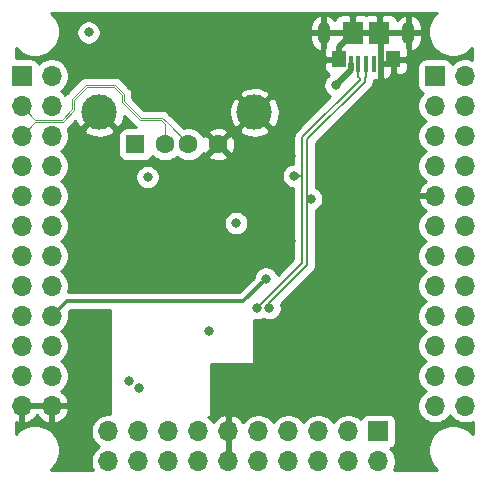
<source format=gbr>
G04 #@! TF.GenerationSoftware,KiCad,Pcbnew,5.1.5*
G04 #@! TF.CreationDate,2020-04-26T21:12:42+03:00*
G04 #@! TF.ProjectId,nanopicore_debug,6e616e6f-7069-4636-9f72-655f64656275,rev?*
G04 #@! TF.SameCoordinates,Original*
G04 #@! TF.FileFunction,Copper,L4,Bot*
G04 #@! TF.FilePolarity,Positive*
%FSLAX46Y46*%
G04 Gerber Fmt 4.6, Leading zero omitted, Abs format (unit mm)*
G04 Created by KiCad (PCBNEW 5.1.5) date 2020-04-26 21:12:42*
%MOMM*%
%LPD*%
G04 APERTURE LIST*
%ADD10C,1.600000*%
%ADD11R,1.600000X1.600000*%
%ADD12C,3.000000*%
%ADD13O,1.700000X1.700000*%
%ADD14R,1.700000X1.700000*%
%ADD15R,1.150000X1.450000*%
%ADD16O,1.050000X1.900000*%
%ADD17R,1.750000X1.900000*%
%ADD18R,0.400000X1.400000*%
%ADD19C,0.800000*%
%ADD20C,0.500000*%
%ADD21C,0.300000*%
%ADD22C,0.100000*%
%ADD23C,0.200000*%
%ADD24C,0.254000*%
G04 APERTURE END LIST*
D10*
X86756000Y-54432200D03*
X84256000Y-54432200D03*
X82256000Y-54432200D03*
D11*
X79756000Y-54432200D03*
D12*
X76686000Y-51722200D03*
X89826000Y-51722200D03*
D13*
X72669400Y-76581000D03*
X70129400Y-76581000D03*
X72669400Y-74041000D03*
X70129400Y-74041000D03*
X72669400Y-71501000D03*
X70129400Y-71501000D03*
X72669400Y-68961000D03*
X70129400Y-68961000D03*
X72669400Y-66421000D03*
X70129400Y-66421000D03*
X72669400Y-63881000D03*
X70129400Y-63881000D03*
X72669400Y-61341000D03*
X70129400Y-61341000D03*
X72669400Y-58801000D03*
X70129400Y-58801000D03*
X72669400Y-56261000D03*
X70129400Y-56261000D03*
X72669400Y-53721000D03*
X70129400Y-53721000D03*
X72669400Y-51181000D03*
X70129400Y-51181000D03*
X72669400Y-48641000D03*
D14*
X70129400Y-48641000D03*
D13*
X77470000Y-81280000D03*
X77470000Y-78740000D03*
X80010000Y-81280000D03*
X80010000Y-78740000D03*
X82550000Y-81280000D03*
X82550000Y-78740000D03*
X85090000Y-81280000D03*
X85090000Y-78740000D03*
X87630000Y-81280000D03*
X87630000Y-78740000D03*
X90170000Y-81280000D03*
X90170000Y-78740000D03*
X92710000Y-81280000D03*
X92710000Y-78740000D03*
X95250000Y-81280000D03*
X95250000Y-78740000D03*
X97790000Y-81280000D03*
X97790000Y-78740000D03*
X100330000Y-81280000D03*
D14*
X100330000Y-78740000D03*
D13*
X107670600Y-76581000D03*
X105130600Y-76581000D03*
X107670600Y-74041000D03*
X105130600Y-74041000D03*
X107670600Y-71501000D03*
X105130600Y-71501000D03*
X107670600Y-68961000D03*
X105130600Y-68961000D03*
X107670600Y-66421000D03*
X105130600Y-66421000D03*
X107670600Y-63881000D03*
X105130600Y-63881000D03*
X107670600Y-61341000D03*
X105130600Y-61341000D03*
X107670600Y-58801000D03*
X105130600Y-58801000D03*
X107670600Y-56261000D03*
X105130600Y-56261000D03*
X107670600Y-53721000D03*
X105130600Y-53721000D03*
X107670600Y-51181000D03*
X105130600Y-51181000D03*
X107670600Y-48641000D03*
D14*
X105130600Y-48641000D03*
D15*
X96968600Y-47230400D03*
X101608600Y-47230400D03*
D16*
X102863600Y-45000400D03*
X95713600Y-45000400D03*
D17*
X98163600Y-45000400D03*
D18*
X99288600Y-47650400D03*
X99938600Y-47650400D03*
X100588600Y-47650400D03*
X97988600Y-47650400D03*
X98638600Y-47650400D03*
D17*
X100413600Y-45000400D03*
D19*
X100965000Y-49530000D03*
X93980000Y-44577000D03*
X99950000Y-74850000D03*
X96300000Y-68500000D03*
X86700000Y-77100000D03*
X79200000Y-74500000D03*
X76900000Y-74500000D03*
X86000000Y-70200000D03*
X80100000Y-75100000D03*
X80200000Y-50000000D03*
X86550000Y-50000000D03*
X98200000Y-76200000D03*
X99600000Y-76050000D03*
X88900000Y-77100000D03*
X91400000Y-77150000D03*
X100965000Y-56540400D03*
X102819200Y-54737000D03*
X101015800Y-57912000D03*
X102590600Y-52044600D03*
X94716600Y-65709800D03*
X92964000Y-62636400D03*
X92913200Y-55422800D03*
X96723200Y-58191400D03*
X86360000Y-60045600D03*
X85013800Y-58801000D03*
X99822000Y-64262000D03*
X99822000Y-66548000D03*
X75438000Y-65024000D03*
X77216000Y-65024000D03*
X76962000Y-69342000D03*
X75438000Y-70866000D03*
X82804000Y-46736000D03*
X83820000Y-46736000D03*
X95758000Y-67564000D03*
X96520000Y-66802000D03*
X80800000Y-57200000D03*
X88300000Y-61100000D03*
X75800000Y-44950000D03*
X90800000Y-65800000D03*
X96710600Y-49428400D03*
X91101400Y-68300000D03*
X94625000Y-59050000D03*
X90051400Y-68300000D03*
X93200000Y-57100000D03*
D20*
X98163600Y-45000400D02*
X100413600Y-45000400D01*
X100588600Y-45175400D02*
X100588600Y-47650400D01*
X100413600Y-45000400D02*
X100588600Y-45175400D01*
X101188600Y-47650400D02*
X101608600Y-47230400D01*
X100588600Y-47650400D02*
X101188600Y-47650400D01*
X100588600Y-47650400D02*
X100588600Y-49153600D01*
X100588600Y-49153600D02*
X100965000Y-49530000D01*
X96968600Y-46195400D02*
X96968600Y-47230400D01*
X98163600Y-45000400D02*
X96968600Y-46195400D01*
X98163600Y-45000400D02*
X95713600Y-45000400D01*
X100413600Y-45000400D02*
X102863600Y-45000400D01*
X95713600Y-45000400D02*
X94403400Y-45000400D01*
X94403400Y-45000400D02*
X93980000Y-44577000D01*
D21*
X73930400Y-67700000D02*
X72669400Y-68961000D01*
X90800000Y-65800000D02*
X88900000Y-67700000D01*
X88900000Y-67700000D02*
X73930400Y-67700000D01*
D20*
X97988600Y-48150400D02*
X96710600Y-49428400D01*
X97988600Y-47650400D02*
X97988600Y-48150400D01*
D22*
X71299400Y-52551000D02*
X73590422Y-52551000D01*
X70129400Y-53721000D02*
X71299400Y-52551000D01*
X73590422Y-52551000D02*
X74600000Y-51541422D01*
X74600000Y-51541422D02*
X74600000Y-50641422D01*
X74600000Y-50641422D02*
X75641422Y-49600000D01*
X75641422Y-49600000D02*
X77958578Y-49600000D01*
X77958578Y-49600000D02*
X78600000Y-50241422D01*
X78600000Y-50241422D02*
X78600000Y-50841422D01*
X78600000Y-50841422D02*
X80158578Y-52400000D01*
X82256000Y-52715043D02*
X82256000Y-54432200D01*
X80158578Y-52400000D02*
X81940957Y-52400000D01*
X81940957Y-52400000D02*
X82256000Y-52715043D01*
X70129400Y-51181000D02*
X71299400Y-52351000D01*
X71299400Y-52351000D02*
X73507578Y-52351000D01*
X73507578Y-52351000D02*
X74400000Y-51458578D01*
X74400000Y-51458578D02*
X74400000Y-50558578D01*
X74400000Y-50558578D02*
X75558578Y-49400000D01*
X75558578Y-49400000D02*
X78041422Y-49400000D01*
X78041422Y-49400000D02*
X78800000Y-50158578D01*
X78800000Y-50158578D02*
X78800000Y-50758578D01*
X78800000Y-50758578D02*
X80241422Y-52200000D01*
X82023800Y-52200000D02*
X82397421Y-52573621D01*
X80241422Y-52200000D02*
X82023800Y-52200000D01*
X82397421Y-52573621D02*
X84256000Y-54432200D01*
D23*
X99288600Y-48700401D02*
X99288600Y-47650400D01*
X94325000Y-53993200D02*
X99188600Y-49129600D01*
X91101400Y-67886397D02*
X94325000Y-64662797D01*
X99188600Y-48800401D02*
X99288600Y-48700401D01*
X91101400Y-68300000D02*
X91101400Y-67886397D01*
X99188600Y-49129600D02*
X99188600Y-48800401D01*
X94450000Y-59025000D02*
X94325000Y-58900000D01*
X94325000Y-58900000D02*
X94325000Y-53993200D01*
X94450000Y-59050000D02*
X94325000Y-59175000D01*
X94325000Y-64662797D02*
X94325000Y-59175000D01*
X94450000Y-59025000D02*
X94450000Y-59050000D01*
X94325000Y-59175000D02*
X94325000Y-58900000D01*
X98638600Y-48700401D02*
X98638600Y-47650400D01*
X98738600Y-48800401D02*
X98638600Y-48700401D01*
X93875000Y-53806800D02*
X98738600Y-48943200D01*
X98738600Y-48943200D02*
X98738600Y-48800401D01*
X90051400Y-68300000D02*
X93875000Y-64476400D01*
D21*
X93200000Y-57100000D02*
X93500000Y-57100000D01*
D23*
X93865685Y-57000000D02*
X93875000Y-57000000D01*
X93765685Y-57100000D02*
X93865685Y-57000000D01*
X93200000Y-57100000D02*
X93765685Y-57100000D01*
X93875000Y-57000000D02*
X93875000Y-53806800D01*
X93765685Y-57100000D02*
X93775000Y-57100000D01*
X93875000Y-64476400D02*
X93875000Y-57200000D01*
X93775000Y-57100000D02*
X93875000Y-57200000D01*
X93875000Y-57200000D02*
X93875000Y-57000000D01*
D24*
G36*
X77597000Y-77255000D02*
G01*
X77323740Y-77255000D01*
X77036842Y-77312068D01*
X76766589Y-77424010D01*
X76523368Y-77586525D01*
X76316525Y-77793368D01*
X76154010Y-78036589D01*
X76042068Y-78306842D01*
X75985000Y-78593740D01*
X75985000Y-78886260D01*
X76042068Y-79173158D01*
X76154010Y-79443411D01*
X76316525Y-79686632D01*
X76523368Y-79893475D01*
X76697760Y-80010000D01*
X76523368Y-80126525D01*
X76316525Y-80333368D01*
X76154010Y-80576589D01*
X76042068Y-80846842D01*
X75985000Y-81133740D01*
X75985000Y-81426260D01*
X76042068Y-81713158D01*
X76146881Y-81966200D01*
X72614946Y-81966200D01*
X72905363Y-81675783D01*
X73139012Y-81326102D01*
X73299953Y-80937556D01*
X73382000Y-80525079D01*
X73382000Y-80104521D01*
X73299953Y-79692044D01*
X73139012Y-79303498D01*
X72905363Y-78953817D01*
X72607983Y-78656437D01*
X72258302Y-78422788D01*
X71869756Y-78261847D01*
X71457279Y-78179800D01*
X71036721Y-78179800D01*
X70624244Y-78261847D01*
X70235698Y-78422788D01*
X69886017Y-78656437D01*
X69621000Y-78921454D01*
X69621000Y-77968736D01*
X69772509Y-78022481D01*
X70002400Y-77901814D01*
X70002400Y-76708000D01*
X70256400Y-76708000D01*
X70256400Y-77901814D01*
X70486291Y-78022481D01*
X70760652Y-77925157D01*
X71010755Y-77776178D01*
X71226988Y-77581269D01*
X71399400Y-77350120D01*
X71571812Y-77581269D01*
X71788045Y-77776178D01*
X72038148Y-77925157D01*
X72312509Y-78022481D01*
X72542400Y-77901814D01*
X72542400Y-76708000D01*
X72796400Y-76708000D01*
X72796400Y-77901814D01*
X73026291Y-78022481D01*
X73300652Y-77925157D01*
X73550755Y-77776178D01*
X73766988Y-77581269D01*
X73941041Y-77347920D01*
X74066225Y-77085099D01*
X74110876Y-76937890D01*
X73989555Y-76708000D01*
X72796400Y-76708000D01*
X72542400Y-76708000D01*
X70256400Y-76708000D01*
X70002400Y-76708000D01*
X69982400Y-76708000D01*
X69982400Y-76454000D01*
X70002400Y-76454000D01*
X70002400Y-76434000D01*
X70256400Y-76434000D01*
X70256400Y-76454000D01*
X72542400Y-76454000D01*
X72542400Y-76434000D01*
X72796400Y-76434000D01*
X72796400Y-76454000D01*
X73989555Y-76454000D01*
X74110876Y-76224110D01*
X74066225Y-76076901D01*
X73941041Y-75814080D01*
X73766988Y-75580731D01*
X73550755Y-75385822D01*
X73433866Y-75316195D01*
X73616032Y-75194475D01*
X73822875Y-74987632D01*
X73985390Y-74744411D01*
X74097332Y-74474158D01*
X74154400Y-74187260D01*
X74154400Y-73894740D01*
X74097332Y-73607842D01*
X73985390Y-73337589D01*
X73822875Y-73094368D01*
X73616032Y-72887525D01*
X73441640Y-72771000D01*
X73616032Y-72654475D01*
X73822875Y-72447632D01*
X73985390Y-72204411D01*
X74097332Y-71934158D01*
X74154400Y-71647260D01*
X74154400Y-71354740D01*
X74097332Y-71067842D01*
X73985390Y-70797589D01*
X73822875Y-70554368D01*
X73616032Y-70347525D01*
X73441640Y-70231000D01*
X73616032Y-70114475D01*
X73822875Y-69907632D01*
X73985390Y-69664411D01*
X74097332Y-69394158D01*
X74154400Y-69107260D01*
X74154400Y-68814740D01*
X74116476Y-68624082D01*
X74255558Y-68485000D01*
X77597000Y-68485000D01*
X77597000Y-77255000D01*
G37*
X77597000Y-77255000D02*
X77323740Y-77255000D01*
X77036842Y-77312068D01*
X76766589Y-77424010D01*
X76523368Y-77586525D01*
X76316525Y-77793368D01*
X76154010Y-78036589D01*
X76042068Y-78306842D01*
X75985000Y-78593740D01*
X75985000Y-78886260D01*
X76042068Y-79173158D01*
X76154010Y-79443411D01*
X76316525Y-79686632D01*
X76523368Y-79893475D01*
X76697760Y-80010000D01*
X76523368Y-80126525D01*
X76316525Y-80333368D01*
X76154010Y-80576589D01*
X76042068Y-80846842D01*
X75985000Y-81133740D01*
X75985000Y-81426260D01*
X76042068Y-81713158D01*
X76146881Y-81966200D01*
X72614946Y-81966200D01*
X72905363Y-81675783D01*
X73139012Y-81326102D01*
X73299953Y-80937556D01*
X73382000Y-80525079D01*
X73382000Y-80104521D01*
X73299953Y-79692044D01*
X73139012Y-79303498D01*
X72905363Y-78953817D01*
X72607983Y-78656437D01*
X72258302Y-78422788D01*
X71869756Y-78261847D01*
X71457279Y-78179800D01*
X71036721Y-78179800D01*
X70624244Y-78261847D01*
X70235698Y-78422788D01*
X69886017Y-78656437D01*
X69621000Y-78921454D01*
X69621000Y-77968736D01*
X69772509Y-78022481D01*
X70002400Y-77901814D01*
X70002400Y-76708000D01*
X70256400Y-76708000D01*
X70256400Y-77901814D01*
X70486291Y-78022481D01*
X70760652Y-77925157D01*
X71010755Y-77776178D01*
X71226988Y-77581269D01*
X71399400Y-77350120D01*
X71571812Y-77581269D01*
X71788045Y-77776178D01*
X72038148Y-77925157D01*
X72312509Y-78022481D01*
X72542400Y-77901814D01*
X72542400Y-76708000D01*
X72796400Y-76708000D01*
X72796400Y-77901814D01*
X73026291Y-78022481D01*
X73300652Y-77925157D01*
X73550755Y-77776178D01*
X73766988Y-77581269D01*
X73941041Y-77347920D01*
X74066225Y-77085099D01*
X74110876Y-76937890D01*
X73989555Y-76708000D01*
X72796400Y-76708000D01*
X72542400Y-76708000D01*
X70256400Y-76708000D01*
X70002400Y-76708000D01*
X69982400Y-76708000D01*
X69982400Y-76454000D01*
X70002400Y-76454000D01*
X70002400Y-76434000D01*
X70256400Y-76434000D01*
X70256400Y-76454000D01*
X72542400Y-76454000D01*
X72542400Y-76434000D01*
X72796400Y-76434000D01*
X72796400Y-76454000D01*
X73989555Y-76454000D01*
X74110876Y-76224110D01*
X74066225Y-76076901D01*
X73941041Y-75814080D01*
X73766988Y-75580731D01*
X73550755Y-75385822D01*
X73433866Y-75316195D01*
X73616032Y-75194475D01*
X73822875Y-74987632D01*
X73985390Y-74744411D01*
X74097332Y-74474158D01*
X74154400Y-74187260D01*
X74154400Y-73894740D01*
X74097332Y-73607842D01*
X73985390Y-73337589D01*
X73822875Y-73094368D01*
X73616032Y-72887525D01*
X73441640Y-72771000D01*
X73616032Y-72654475D01*
X73822875Y-72447632D01*
X73985390Y-72204411D01*
X74097332Y-71934158D01*
X74154400Y-71647260D01*
X74154400Y-71354740D01*
X74097332Y-71067842D01*
X73985390Y-70797589D01*
X73822875Y-70554368D01*
X73616032Y-70347525D01*
X73441640Y-70231000D01*
X73616032Y-70114475D01*
X73822875Y-69907632D01*
X73985390Y-69664411D01*
X74097332Y-69394158D01*
X74154400Y-69107260D01*
X74154400Y-68814740D01*
X74116476Y-68624082D01*
X74255558Y-68485000D01*
X77597000Y-68485000D01*
X77597000Y-77255000D01*
G36*
X105260666Y-43281788D02*
G01*
X104996237Y-43546217D01*
X104762588Y-43895898D01*
X104601647Y-44284444D01*
X104519600Y-44696921D01*
X104519600Y-45117479D01*
X104601647Y-45529956D01*
X104762588Y-45918502D01*
X104996237Y-46268183D01*
X105293617Y-46565563D01*
X105643298Y-46799212D01*
X106031844Y-46960153D01*
X106444321Y-47042200D01*
X106864879Y-47042200D01*
X107277356Y-46960153D01*
X107665902Y-46799212D01*
X108015583Y-46565563D01*
X108281582Y-46299564D01*
X108282291Y-47287019D01*
X108103758Y-47213068D01*
X107816860Y-47156000D01*
X107524340Y-47156000D01*
X107237442Y-47213068D01*
X106967189Y-47325010D01*
X106723968Y-47487525D01*
X106592113Y-47619380D01*
X106570102Y-47546820D01*
X106511137Y-47436506D01*
X106431785Y-47339815D01*
X106335094Y-47260463D01*
X106224780Y-47201498D01*
X106105082Y-47165188D01*
X105980600Y-47152928D01*
X104280600Y-47152928D01*
X104156118Y-47165188D01*
X104036420Y-47201498D01*
X103926106Y-47260463D01*
X103829415Y-47339815D01*
X103750063Y-47436506D01*
X103691098Y-47546820D01*
X103654788Y-47666518D01*
X103642528Y-47791000D01*
X103642528Y-49491000D01*
X103654788Y-49615482D01*
X103691098Y-49735180D01*
X103750063Y-49845494D01*
X103829415Y-49942185D01*
X103926106Y-50021537D01*
X104036420Y-50080502D01*
X104108980Y-50102513D01*
X103977125Y-50234368D01*
X103814610Y-50477589D01*
X103702668Y-50747842D01*
X103645600Y-51034740D01*
X103645600Y-51327260D01*
X103702668Y-51614158D01*
X103814610Y-51884411D01*
X103977125Y-52127632D01*
X104183968Y-52334475D01*
X104358360Y-52451000D01*
X104183968Y-52567525D01*
X103977125Y-52774368D01*
X103814610Y-53017589D01*
X103702668Y-53287842D01*
X103645600Y-53574740D01*
X103645600Y-53867260D01*
X103702668Y-54154158D01*
X103814610Y-54424411D01*
X103977125Y-54667632D01*
X104183968Y-54874475D01*
X104358360Y-54991000D01*
X104183968Y-55107525D01*
X103977125Y-55314368D01*
X103814610Y-55557589D01*
X103702668Y-55827842D01*
X103645600Y-56114740D01*
X103645600Y-56407260D01*
X103702668Y-56694158D01*
X103814610Y-56964411D01*
X103977125Y-57207632D01*
X104183968Y-57414475D01*
X104366134Y-57536195D01*
X104249245Y-57605822D01*
X104033012Y-57800731D01*
X103858959Y-58034080D01*
X103733775Y-58296901D01*
X103689124Y-58444110D01*
X103810445Y-58674000D01*
X105003600Y-58674000D01*
X105003600Y-58654000D01*
X105257600Y-58654000D01*
X105257600Y-58674000D01*
X105277600Y-58674000D01*
X105277600Y-58928000D01*
X105257600Y-58928000D01*
X105257600Y-58948000D01*
X105003600Y-58948000D01*
X105003600Y-58928000D01*
X103810445Y-58928000D01*
X103689124Y-59157890D01*
X103733775Y-59305099D01*
X103858959Y-59567920D01*
X104033012Y-59801269D01*
X104249245Y-59996178D01*
X104366134Y-60065805D01*
X104183968Y-60187525D01*
X103977125Y-60394368D01*
X103814610Y-60637589D01*
X103702668Y-60907842D01*
X103645600Y-61194740D01*
X103645600Y-61487260D01*
X103702668Y-61774158D01*
X103814610Y-62044411D01*
X103977125Y-62287632D01*
X104183968Y-62494475D01*
X104358360Y-62611000D01*
X104183968Y-62727525D01*
X103977125Y-62934368D01*
X103814610Y-63177589D01*
X103702668Y-63447842D01*
X103645600Y-63734740D01*
X103645600Y-64027260D01*
X103702668Y-64314158D01*
X103814610Y-64584411D01*
X103977125Y-64827632D01*
X104183968Y-65034475D01*
X104358360Y-65151000D01*
X104183968Y-65267525D01*
X103977125Y-65474368D01*
X103814610Y-65717589D01*
X103702668Y-65987842D01*
X103645600Y-66274740D01*
X103645600Y-66567260D01*
X103702668Y-66854158D01*
X103814610Y-67124411D01*
X103977125Y-67367632D01*
X104183968Y-67574475D01*
X104358360Y-67691000D01*
X104183968Y-67807525D01*
X103977125Y-68014368D01*
X103814610Y-68257589D01*
X103702668Y-68527842D01*
X103645600Y-68814740D01*
X103645600Y-69107260D01*
X103702668Y-69394158D01*
X103814610Y-69664411D01*
X103977125Y-69907632D01*
X104183968Y-70114475D01*
X104358360Y-70231000D01*
X104183968Y-70347525D01*
X103977125Y-70554368D01*
X103814610Y-70797589D01*
X103702668Y-71067842D01*
X103645600Y-71354740D01*
X103645600Y-71647260D01*
X103702668Y-71934158D01*
X103814610Y-72204411D01*
X103977125Y-72447632D01*
X104183968Y-72654475D01*
X104358360Y-72771000D01*
X104183968Y-72887525D01*
X103977125Y-73094368D01*
X103814610Y-73337589D01*
X103702668Y-73607842D01*
X103645600Y-73894740D01*
X103645600Y-74187260D01*
X103702668Y-74474158D01*
X103814610Y-74744411D01*
X103977125Y-74987632D01*
X104183968Y-75194475D01*
X104358360Y-75311000D01*
X104183968Y-75427525D01*
X103977125Y-75634368D01*
X103814610Y-75877589D01*
X103702668Y-76147842D01*
X103645600Y-76434740D01*
X103645600Y-76727260D01*
X103702668Y-77014158D01*
X103814610Y-77284411D01*
X103977125Y-77527632D01*
X104183968Y-77734475D01*
X104427189Y-77896990D01*
X104697442Y-78008932D01*
X104984340Y-78066000D01*
X105276860Y-78066000D01*
X105563758Y-78008932D01*
X105834011Y-77896990D01*
X106077232Y-77734475D01*
X106284075Y-77527632D01*
X106400600Y-77353240D01*
X106517125Y-77527632D01*
X106723968Y-77734475D01*
X106967189Y-77896990D01*
X107237442Y-78008932D01*
X107524340Y-78066000D01*
X107816860Y-78066000D01*
X108103758Y-78008932D01*
X108304302Y-77925864D01*
X108305035Y-78945889D01*
X108015583Y-78656437D01*
X107665902Y-78422788D01*
X107277356Y-78261847D01*
X106864879Y-78179800D01*
X106444321Y-78179800D01*
X106031844Y-78261847D01*
X105643298Y-78422788D01*
X105293617Y-78656437D01*
X104996237Y-78953817D01*
X104762588Y-79303498D01*
X104601647Y-79692044D01*
X104519600Y-80104521D01*
X104519600Y-80525079D01*
X104601647Y-80937556D01*
X104762588Y-81326102D01*
X104996237Y-81675783D01*
X105286654Y-81966200D01*
X101653119Y-81966200D01*
X101757932Y-81713158D01*
X101815000Y-81426260D01*
X101815000Y-81133740D01*
X101757932Y-80846842D01*
X101645990Y-80576589D01*
X101483475Y-80333368D01*
X101351620Y-80201513D01*
X101424180Y-80179502D01*
X101534494Y-80120537D01*
X101631185Y-80041185D01*
X101710537Y-79944494D01*
X101769502Y-79834180D01*
X101805812Y-79714482D01*
X101818072Y-79590000D01*
X101818072Y-77890000D01*
X101805812Y-77765518D01*
X101769502Y-77645820D01*
X101710537Y-77535506D01*
X101631185Y-77438815D01*
X101534494Y-77359463D01*
X101424180Y-77300498D01*
X101304482Y-77264188D01*
X101180000Y-77251928D01*
X99480000Y-77251928D01*
X99355518Y-77264188D01*
X99235820Y-77300498D01*
X99125506Y-77359463D01*
X99028815Y-77438815D01*
X98949463Y-77535506D01*
X98890498Y-77645820D01*
X98868487Y-77718380D01*
X98736632Y-77586525D01*
X98493411Y-77424010D01*
X98223158Y-77312068D01*
X97936260Y-77255000D01*
X97643740Y-77255000D01*
X97356842Y-77312068D01*
X97086589Y-77424010D01*
X96843368Y-77586525D01*
X96636525Y-77793368D01*
X96520000Y-77967760D01*
X96403475Y-77793368D01*
X96196632Y-77586525D01*
X95953411Y-77424010D01*
X95683158Y-77312068D01*
X95396260Y-77255000D01*
X95103740Y-77255000D01*
X94816842Y-77312068D01*
X94546589Y-77424010D01*
X94303368Y-77586525D01*
X94096525Y-77793368D01*
X93980000Y-77967760D01*
X93863475Y-77793368D01*
X93656632Y-77586525D01*
X93413411Y-77424010D01*
X93143158Y-77312068D01*
X92856260Y-77255000D01*
X92563740Y-77255000D01*
X92276842Y-77312068D01*
X92006589Y-77424010D01*
X91763368Y-77586525D01*
X91556525Y-77793368D01*
X91440000Y-77967760D01*
X91323475Y-77793368D01*
X91116632Y-77586525D01*
X90873411Y-77424010D01*
X90603158Y-77312068D01*
X90316260Y-77255000D01*
X90023740Y-77255000D01*
X89736842Y-77312068D01*
X89466589Y-77424010D01*
X89223368Y-77586525D01*
X89016525Y-77793368D01*
X88894805Y-77975534D01*
X88825178Y-77858645D01*
X88630269Y-77642412D01*
X88396920Y-77468359D01*
X88134099Y-77343175D01*
X87986890Y-77298524D01*
X87757000Y-77419845D01*
X87757000Y-78613000D01*
X87777000Y-78613000D01*
X87777000Y-78867000D01*
X87757000Y-78867000D01*
X87757000Y-81153000D01*
X87777000Y-81153000D01*
X87777000Y-81407000D01*
X87757000Y-81407000D01*
X87757000Y-81427000D01*
X87503000Y-81427000D01*
X87503000Y-81407000D01*
X87483000Y-81407000D01*
X87483000Y-81153000D01*
X87503000Y-81153000D01*
X87503000Y-78867000D01*
X87483000Y-78867000D01*
X87483000Y-78613000D01*
X87503000Y-78613000D01*
X87503000Y-77419845D01*
X87273110Y-77298524D01*
X87125901Y-77343175D01*
X86863080Y-77468359D01*
X86629731Y-77642412D01*
X86434822Y-77858645D01*
X86365195Y-77975534D01*
X86243475Y-77793368D01*
X86036632Y-77586525D01*
X85947547Y-77527000D01*
X86000000Y-77527000D01*
X86024776Y-77524560D01*
X86048601Y-77517333D01*
X86070557Y-77505597D01*
X86089803Y-77489803D01*
X86105597Y-77470557D01*
X86117333Y-77448601D01*
X86124560Y-77424776D01*
X86127000Y-77400000D01*
X86127000Y-73027000D01*
X89662000Y-73027000D01*
X89686776Y-73024560D01*
X89710601Y-73017333D01*
X89732557Y-73005597D01*
X89751803Y-72989803D01*
X89767597Y-72970557D01*
X89779333Y-72948601D01*
X89786560Y-72924776D01*
X89789000Y-72900000D01*
X89789000Y-69303083D01*
X89949461Y-69335000D01*
X90153339Y-69335000D01*
X90353298Y-69295226D01*
X90541656Y-69217205D01*
X90576400Y-69193990D01*
X90611144Y-69217205D01*
X90799502Y-69295226D01*
X90999461Y-69335000D01*
X91203339Y-69335000D01*
X91403298Y-69295226D01*
X91591656Y-69217205D01*
X91761174Y-69103937D01*
X91905337Y-68959774D01*
X92018605Y-68790256D01*
X92096626Y-68601898D01*
X92136400Y-68401939D01*
X92136400Y-68198061D01*
X92096626Y-67998102D01*
X92076860Y-67950383D01*
X94819197Y-65208047D01*
X94847237Y-65185035D01*
X94870250Y-65156994D01*
X94870253Y-65156991D01*
X94895117Y-65126694D01*
X94939087Y-65073117D01*
X95007337Y-64945430D01*
X95049365Y-64806882D01*
X95060000Y-64698902D01*
X95060000Y-64698901D01*
X95063556Y-64662797D01*
X95060000Y-64626692D01*
X95060000Y-59990093D01*
X95115256Y-59967205D01*
X95284774Y-59853937D01*
X95428937Y-59709774D01*
X95542205Y-59540256D01*
X95620226Y-59351898D01*
X95660000Y-59151939D01*
X95660000Y-58948061D01*
X95620226Y-58748102D01*
X95542205Y-58559744D01*
X95428937Y-58390226D01*
X95284774Y-58246063D01*
X95115256Y-58132795D01*
X95060000Y-58109907D01*
X95060000Y-54297646D01*
X99682797Y-49674849D01*
X99710837Y-49651838D01*
X99733850Y-49623797D01*
X99733853Y-49623794D01*
X99781009Y-49566334D01*
X99802687Y-49539920D01*
X99870937Y-49412233D01*
X99912965Y-49273685D01*
X99917993Y-49222638D01*
X99927156Y-49129601D01*
X99923600Y-49093496D01*
X99923600Y-49071595D01*
X99968030Y-48988472D01*
X100138600Y-48988472D01*
X100263082Y-48976212D01*
X100265664Y-48975429D01*
X100356850Y-48985400D01*
X100424818Y-48917432D01*
X100493094Y-48880937D01*
X100589785Y-48801585D01*
X100661600Y-48714078D01*
X100661600Y-48826650D01*
X100820350Y-48985400D01*
X100922829Y-48974194D01*
X101041946Y-48936021D01*
X101151327Y-48875343D01*
X101246769Y-48794492D01*
X101324603Y-48696574D01*
X101381839Y-48585354D01*
X101403487Y-48509763D01*
X101481600Y-48431650D01*
X101481600Y-47357400D01*
X101735600Y-47357400D01*
X101735600Y-48431650D01*
X101894350Y-48590400D01*
X102183600Y-48593472D01*
X102308082Y-48581212D01*
X102427780Y-48544902D01*
X102538094Y-48485937D01*
X102634785Y-48406585D01*
X102714137Y-48309894D01*
X102773102Y-48199580D01*
X102809412Y-48079882D01*
X102821672Y-47955400D01*
X102818600Y-47516150D01*
X102659850Y-47357400D01*
X101735600Y-47357400D01*
X101481600Y-47357400D01*
X101461600Y-47357400D01*
X101461600Y-47103400D01*
X101481600Y-47103400D01*
X101481600Y-47083400D01*
X101735600Y-47083400D01*
X101735600Y-47103400D01*
X102659850Y-47103400D01*
X102818600Y-46944650D01*
X102821672Y-46505400D01*
X102809412Y-46380918D01*
X102773102Y-46261220D01*
X102736600Y-46192931D01*
X102736600Y-45127400D01*
X102990600Y-45127400D01*
X102990600Y-46418563D01*
X103169410Y-46544364D01*
X103402464Y-46460463D01*
X103594041Y-46335447D01*
X103757547Y-46175459D01*
X103886699Y-45986646D01*
X103976534Y-45776265D01*
X104023600Y-45552400D01*
X104023600Y-45127400D01*
X102990600Y-45127400D01*
X102736600Y-45127400D01*
X100540600Y-45127400D01*
X100540600Y-45147400D01*
X100286600Y-45147400D01*
X100286600Y-45127400D01*
X98290600Y-45127400D01*
X98290600Y-45147400D01*
X98036600Y-45147400D01*
X98036600Y-45127400D01*
X95840600Y-45127400D01*
X95840600Y-46192931D01*
X95804098Y-46261220D01*
X95767788Y-46380918D01*
X95755528Y-46505400D01*
X95758600Y-46944650D01*
X95917350Y-47103400D01*
X96841600Y-47103400D01*
X96841600Y-47083400D01*
X97095600Y-47083400D01*
X97095600Y-47103400D01*
X97115600Y-47103400D01*
X97115600Y-47357400D01*
X97095600Y-47357400D01*
X97095600Y-47377400D01*
X96841600Y-47377400D01*
X96841600Y-47357400D01*
X95917350Y-47357400D01*
X95758600Y-47516150D01*
X95755528Y-47955400D01*
X95767788Y-48079882D01*
X95804098Y-48199580D01*
X95863063Y-48309894D01*
X95942415Y-48406585D01*
X96039106Y-48485937D01*
X96149420Y-48544902D01*
X96163504Y-48549174D01*
X96050826Y-48624463D01*
X95906663Y-48768626D01*
X95793395Y-48938144D01*
X95715374Y-49126502D01*
X95675600Y-49326461D01*
X95675600Y-49530339D01*
X95715374Y-49730298D01*
X95793395Y-49918656D01*
X95906663Y-50088174D01*
X96050826Y-50232337D01*
X96220344Y-50345605D01*
X96274370Y-50367983D01*
X93380808Y-53261546D01*
X93352763Y-53284562D01*
X93260914Y-53396480D01*
X93228248Y-53457594D01*
X93192664Y-53524167D01*
X93150635Y-53662715D01*
X93136444Y-53806800D01*
X93140001Y-53842915D01*
X93140000Y-56065000D01*
X93098061Y-56065000D01*
X92898102Y-56104774D01*
X92709744Y-56182795D01*
X92540226Y-56296063D01*
X92396063Y-56440226D01*
X92282795Y-56609744D01*
X92204774Y-56798102D01*
X92165000Y-56998061D01*
X92165000Y-57201939D01*
X92204774Y-57401898D01*
X92282795Y-57590256D01*
X92396063Y-57759774D01*
X92540226Y-57903937D01*
X92709744Y-58017205D01*
X92898102Y-58095226D01*
X93098061Y-58135000D01*
X93140001Y-58135000D01*
X93140000Y-64171953D01*
X91798316Y-65513637D01*
X91795226Y-65498102D01*
X91717205Y-65309744D01*
X91603937Y-65140226D01*
X91459774Y-64996063D01*
X91290256Y-64882795D01*
X91101898Y-64804774D01*
X90901939Y-64765000D01*
X90698061Y-64765000D01*
X90498102Y-64804774D01*
X90309744Y-64882795D01*
X90140226Y-64996063D01*
X89996063Y-65140226D01*
X89882795Y-65309744D01*
X89804774Y-65498102D01*
X89765000Y-65698061D01*
X89765000Y-65724843D01*
X88574843Y-66915000D01*
X74072131Y-66915000D01*
X74097332Y-66854158D01*
X74154400Y-66567260D01*
X74154400Y-66274740D01*
X74097332Y-65987842D01*
X73985390Y-65717589D01*
X73822875Y-65474368D01*
X73616032Y-65267525D01*
X73441640Y-65151000D01*
X73616032Y-65034475D01*
X73822875Y-64827632D01*
X73985390Y-64584411D01*
X74097332Y-64314158D01*
X74154400Y-64027260D01*
X74154400Y-63734740D01*
X74097332Y-63447842D01*
X73985390Y-63177589D01*
X73822875Y-62934368D01*
X73616032Y-62727525D01*
X73441640Y-62611000D01*
X73616032Y-62494475D01*
X73822875Y-62287632D01*
X73985390Y-62044411D01*
X74097332Y-61774158D01*
X74154400Y-61487260D01*
X74154400Y-61194740D01*
X74115278Y-60998061D01*
X87265000Y-60998061D01*
X87265000Y-61201939D01*
X87304774Y-61401898D01*
X87382795Y-61590256D01*
X87496063Y-61759774D01*
X87640226Y-61903937D01*
X87809744Y-62017205D01*
X87998102Y-62095226D01*
X88198061Y-62135000D01*
X88401939Y-62135000D01*
X88601898Y-62095226D01*
X88790256Y-62017205D01*
X88959774Y-61903937D01*
X89103937Y-61759774D01*
X89217205Y-61590256D01*
X89295226Y-61401898D01*
X89335000Y-61201939D01*
X89335000Y-60998061D01*
X89295226Y-60798102D01*
X89217205Y-60609744D01*
X89103937Y-60440226D01*
X88959774Y-60296063D01*
X88790256Y-60182795D01*
X88601898Y-60104774D01*
X88401939Y-60065000D01*
X88198061Y-60065000D01*
X87998102Y-60104774D01*
X87809744Y-60182795D01*
X87640226Y-60296063D01*
X87496063Y-60440226D01*
X87382795Y-60609744D01*
X87304774Y-60798102D01*
X87265000Y-60998061D01*
X74115278Y-60998061D01*
X74097332Y-60907842D01*
X73985390Y-60637589D01*
X73822875Y-60394368D01*
X73616032Y-60187525D01*
X73441640Y-60071000D01*
X73616032Y-59954475D01*
X73822875Y-59747632D01*
X73985390Y-59504411D01*
X74097332Y-59234158D01*
X74154400Y-58947260D01*
X74154400Y-58654740D01*
X74097332Y-58367842D01*
X73985390Y-58097589D01*
X73822875Y-57854368D01*
X73616032Y-57647525D01*
X73441640Y-57531000D01*
X73616032Y-57414475D01*
X73822875Y-57207632D01*
X73896087Y-57098061D01*
X79765000Y-57098061D01*
X79765000Y-57301939D01*
X79804774Y-57501898D01*
X79882795Y-57690256D01*
X79996063Y-57859774D01*
X80140226Y-58003937D01*
X80309744Y-58117205D01*
X80498102Y-58195226D01*
X80698061Y-58235000D01*
X80901939Y-58235000D01*
X81101898Y-58195226D01*
X81290256Y-58117205D01*
X81459774Y-58003937D01*
X81603937Y-57859774D01*
X81717205Y-57690256D01*
X81795226Y-57501898D01*
X81835000Y-57301939D01*
X81835000Y-57098061D01*
X81795226Y-56898102D01*
X81717205Y-56709744D01*
X81603937Y-56540226D01*
X81459774Y-56396063D01*
X81290256Y-56282795D01*
X81101898Y-56204774D01*
X80901939Y-56165000D01*
X80698061Y-56165000D01*
X80498102Y-56204774D01*
X80309744Y-56282795D01*
X80140226Y-56396063D01*
X79996063Y-56540226D01*
X79882795Y-56709744D01*
X79804774Y-56898102D01*
X79765000Y-57098061D01*
X73896087Y-57098061D01*
X73985390Y-56964411D01*
X74097332Y-56694158D01*
X74154400Y-56407260D01*
X74154400Y-56114740D01*
X74097332Y-55827842D01*
X73985390Y-55557589D01*
X73822875Y-55314368D01*
X73616032Y-55107525D01*
X73441640Y-54991000D01*
X73616032Y-54874475D01*
X73822875Y-54667632D01*
X73985390Y-54424411D01*
X74097332Y-54154158D01*
X74154400Y-53867260D01*
X74154400Y-53574740D01*
X74097332Y-53287842D01*
X74066685Y-53213853D01*
X75373952Y-53213853D01*
X75529962Y-53529414D01*
X75904745Y-53720220D01*
X76309551Y-53834244D01*
X76728824Y-53867102D01*
X77146451Y-53817534D01*
X77546383Y-53687443D01*
X77842038Y-53529414D01*
X77998048Y-53213853D01*
X76686000Y-51901805D01*
X75373952Y-53213853D01*
X74066685Y-53213853D01*
X74014885Y-53088797D01*
X74077133Y-53037711D01*
X74098581Y-53011577D01*
X74673342Y-52436817D01*
X74720757Y-52582583D01*
X74878786Y-52878238D01*
X75194347Y-53034248D01*
X76506395Y-51722200D01*
X76492253Y-51708058D01*
X76671858Y-51528453D01*
X76686000Y-51542595D01*
X76700143Y-51528453D01*
X76879748Y-51708058D01*
X76865605Y-51722200D01*
X78177653Y-53034248D01*
X78493214Y-52878238D01*
X78684020Y-52503455D01*
X78798044Y-52098649D01*
X78804617Y-52014776D01*
X79650424Y-52860583D01*
X79671867Y-52886711D01*
X79697995Y-52908154D01*
X79698001Y-52908160D01*
X79739815Y-52942475D01*
X79776171Y-52972312D01*
X79816986Y-52994128D01*
X78956000Y-52994128D01*
X78831518Y-53006388D01*
X78711820Y-53042698D01*
X78601506Y-53101663D01*
X78504815Y-53181015D01*
X78425463Y-53277706D01*
X78366498Y-53388020D01*
X78330188Y-53507718D01*
X78317928Y-53632200D01*
X78317928Y-55232200D01*
X78330188Y-55356682D01*
X78366498Y-55476380D01*
X78425463Y-55586694D01*
X78504815Y-55683385D01*
X78601506Y-55762737D01*
X78711820Y-55821702D01*
X78831518Y-55858012D01*
X78956000Y-55870272D01*
X80556000Y-55870272D01*
X80680482Y-55858012D01*
X80800180Y-55821702D01*
X80910494Y-55762737D01*
X81007185Y-55683385D01*
X81086537Y-55586694D01*
X81145502Y-55476380D01*
X81174661Y-55380257D01*
X81341241Y-55546837D01*
X81576273Y-55703880D01*
X81837426Y-55812053D01*
X82114665Y-55867200D01*
X82397335Y-55867200D01*
X82674574Y-55812053D01*
X82935727Y-55703880D01*
X83170759Y-55546837D01*
X83256000Y-55461596D01*
X83341241Y-55546837D01*
X83576273Y-55703880D01*
X83837426Y-55812053D01*
X84114665Y-55867200D01*
X84397335Y-55867200D01*
X84674574Y-55812053D01*
X84935727Y-55703880D01*
X85170759Y-55546837D01*
X85292694Y-55424902D01*
X85942903Y-55424902D01*
X86014486Y-55668871D01*
X86269996Y-55789771D01*
X86544184Y-55858500D01*
X86826512Y-55872417D01*
X87106130Y-55830987D01*
X87372292Y-55735803D01*
X87497514Y-55668871D01*
X87569097Y-55424902D01*
X86756000Y-54611805D01*
X85942903Y-55424902D01*
X85292694Y-55424902D01*
X85370637Y-55346959D01*
X85504692Y-55146331D01*
X85519329Y-55173714D01*
X85763298Y-55245297D01*
X86576395Y-54432200D01*
X86935605Y-54432200D01*
X87748702Y-55245297D01*
X87992671Y-55173714D01*
X88113571Y-54918204D01*
X88182300Y-54644016D01*
X88196217Y-54361688D01*
X88154787Y-54082070D01*
X88059603Y-53815908D01*
X87992671Y-53690686D01*
X87748702Y-53619103D01*
X86935605Y-54432200D01*
X86576395Y-54432200D01*
X85763298Y-53619103D01*
X85519329Y-53690686D01*
X85505676Y-53719541D01*
X85370637Y-53517441D01*
X85292694Y-53439498D01*
X85942903Y-53439498D01*
X86756000Y-54252595D01*
X87569097Y-53439498D01*
X87502891Y-53213853D01*
X88513952Y-53213853D01*
X88669962Y-53529414D01*
X89044745Y-53720220D01*
X89449551Y-53834244D01*
X89868824Y-53867102D01*
X90286451Y-53817534D01*
X90686383Y-53687443D01*
X90982038Y-53529414D01*
X91138048Y-53213853D01*
X89826000Y-51901805D01*
X88513952Y-53213853D01*
X87502891Y-53213853D01*
X87497514Y-53195529D01*
X87242004Y-53074629D01*
X86967816Y-53005900D01*
X86685488Y-52991983D01*
X86405870Y-53033413D01*
X86139708Y-53128597D01*
X86014486Y-53195529D01*
X85942903Y-53439498D01*
X85292694Y-53439498D01*
X85170759Y-53317563D01*
X84935727Y-53160520D01*
X84674574Y-53052347D01*
X84397335Y-52997200D01*
X84114665Y-52997200D01*
X83843646Y-53051110D01*
X82557560Y-51765024D01*
X87681098Y-51765024D01*
X87730666Y-52182651D01*
X87860757Y-52582583D01*
X88018786Y-52878238D01*
X88334347Y-53034248D01*
X89646395Y-51722200D01*
X90005605Y-51722200D01*
X91317653Y-53034248D01*
X91633214Y-52878238D01*
X91824020Y-52503455D01*
X91938044Y-52098649D01*
X91970902Y-51679376D01*
X91921334Y-51261749D01*
X91791243Y-50861817D01*
X91633214Y-50566162D01*
X91317653Y-50410152D01*
X90005605Y-51722200D01*
X89646395Y-51722200D01*
X88334347Y-50410152D01*
X88018786Y-50566162D01*
X87827980Y-50940945D01*
X87713956Y-51345751D01*
X87681098Y-51765024D01*
X82557560Y-51765024D01*
X82531958Y-51739422D01*
X82510511Y-51713289D01*
X82406207Y-51627688D01*
X82287206Y-51564081D01*
X82158083Y-51524912D01*
X82057447Y-51515000D01*
X82057439Y-51515000D01*
X82023800Y-51511687D01*
X81990161Y-51515000D01*
X80525158Y-51515000D01*
X79485000Y-50474842D01*
X79485000Y-50230547D01*
X88513952Y-50230547D01*
X89826000Y-51542595D01*
X91138048Y-50230547D01*
X90982038Y-49914986D01*
X90607255Y-49724180D01*
X90202449Y-49610156D01*
X89783176Y-49577298D01*
X89365549Y-49626866D01*
X88965617Y-49756957D01*
X88669962Y-49914986D01*
X88513952Y-50230547D01*
X79485000Y-50230547D01*
X79485000Y-50192216D01*
X79488313Y-50158577D01*
X79485000Y-50124938D01*
X79485000Y-50124931D01*
X79475088Y-50024295D01*
X79474252Y-50021537D01*
X79454671Y-49956990D01*
X79435919Y-49895172D01*
X79372312Y-49776171D01*
X79354700Y-49754711D01*
X79308159Y-49698001D01*
X79308154Y-49697996D01*
X79286710Y-49671867D01*
X79260582Y-49650424D01*
X78549580Y-48939422D01*
X78528133Y-48913289D01*
X78499526Y-48889811D01*
X78481896Y-48875343D01*
X78423829Y-48827688D01*
X78304828Y-48764081D01*
X78175705Y-48724912D01*
X78075069Y-48715000D01*
X78075061Y-48715000D01*
X78041422Y-48711687D01*
X78007783Y-48715000D01*
X75592217Y-48715000D01*
X75558578Y-48711687D01*
X75524939Y-48715000D01*
X75524931Y-48715000D01*
X75424295Y-48724912D01*
X75295171Y-48764081D01*
X75266854Y-48779217D01*
X75176171Y-48827688D01*
X75152680Y-48846967D01*
X75100475Y-48889811D01*
X75071867Y-48913289D01*
X75050420Y-48939422D01*
X73939418Y-50050424D01*
X73913290Y-50071867D01*
X73891847Y-50097995D01*
X73891840Y-50098002D01*
X73852175Y-50146335D01*
X73827689Y-50176171D01*
X73805741Y-50217234D01*
X73616032Y-50027525D01*
X73441640Y-49911000D01*
X73616032Y-49794475D01*
X73822875Y-49587632D01*
X73985390Y-49344411D01*
X74097332Y-49074158D01*
X74154400Y-48787260D01*
X74154400Y-48494740D01*
X74097332Y-48207842D01*
X73985390Y-47937589D01*
X73822875Y-47694368D01*
X73616032Y-47487525D01*
X73372811Y-47325010D01*
X73102558Y-47213068D01*
X72815660Y-47156000D01*
X72523140Y-47156000D01*
X72236242Y-47213068D01*
X71965989Y-47325010D01*
X71722768Y-47487525D01*
X71590913Y-47619380D01*
X71568902Y-47546820D01*
X71509937Y-47436506D01*
X71430585Y-47339815D01*
X71333894Y-47260463D01*
X71223580Y-47201498D01*
X71103882Y-47165188D01*
X70979400Y-47152928D01*
X69621000Y-47152928D01*
X69621000Y-46300546D01*
X69886017Y-46565563D01*
X70235698Y-46799212D01*
X70624244Y-46960153D01*
X71036721Y-47042200D01*
X71457279Y-47042200D01*
X71869756Y-46960153D01*
X72258302Y-46799212D01*
X72607983Y-46565563D01*
X72905363Y-46268183D01*
X73139012Y-45918502D01*
X73299953Y-45529956D01*
X73382000Y-45117479D01*
X73382000Y-44848061D01*
X74765000Y-44848061D01*
X74765000Y-45051939D01*
X74804774Y-45251898D01*
X74882795Y-45440256D01*
X74996063Y-45609774D01*
X75140226Y-45753937D01*
X75309744Y-45867205D01*
X75498102Y-45945226D01*
X75698061Y-45985000D01*
X75901939Y-45985000D01*
X76101898Y-45945226D01*
X76290256Y-45867205D01*
X76459774Y-45753937D01*
X76603937Y-45609774D01*
X76717205Y-45440256D01*
X76795226Y-45251898D01*
X76819989Y-45127400D01*
X94553600Y-45127400D01*
X94553600Y-45552400D01*
X94600666Y-45776265D01*
X94690501Y-45986646D01*
X94819653Y-46175459D01*
X94983159Y-46335447D01*
X95174736Y-46460463D01*
X95407790Y-46544364D01*
X95586600Y-46418563D01*
X95586600Y-45127400D01*
X94553600Y-45127400D01*
X76819989Y-45127400D01*
X76835000Y-45051939D01*
X76835000Y-44848061D01*
X76795226Y-44648102D01*
X76717205Y-44459744D01*
X76709626Y-44448400D01*
X94553600Y-44448400D01*
X94553600Y-44873400D01*
X95586600Y-44873400D01*
X95586600Y-43582237D01*
X95840600Y-43582237D01*
X95840600Y-44873400D01*
X98036600Y-44873400D01*
X98036600Y-43574150D01*
X98290600Y-43574150D01*
X98290600Y-44873400D01*
X100286600Y-44873400D01*
X100286600Y-43574150D01*
X100540600Y-43574150D01*
X100540600Y-44873400D01*
X102736600Y-44873400D01*
X102736600Y-43582237D01*
X102990600Y-43582237D01*
X102990600Y-44873400D01*
X104023600Y-44873400D01*
X104023600Y-44448400D01*
X103976534Y-44224535D01*
X103886699Y-44014154D01*
X103757547Y-43825341D01*
X103594041Y-43665353D01*
X103402464Y-43540337D01*
X103169410Y-43456436D01*
X102990600Y-43582237D01*
X102736600Y-43582237D01*
X102557790Y-43456436D01*
X102324736Y-43540337D01*
X102133159Y-43665353D01*
X101969653Y-43825341D01*
X101910247Y-43912189D01*
X101878102Y-43806220D01*
X101819137Y-43695906D01*
X101739785Y-43599215D01*
X101643094Y-43519863D01*
X101532780Y-43460898D01*
X101413082Y-43424588D01*
X101288600Y-43412328D01*
X100699350Y-43415400D01*
X100540600Y-43574150D01*
X100286600Y-43574150D01*
X100127850Y-43415400D01*
X99538600Y-43412328D01*
X99414118Y-43424588D01*
X99294420Y-43460898D01*
X99288600Y-43464009D01*
X99282780Y-43460898D01*
X99163082Y-43424588D01*
X99038600Y-43412328D01*
X98449350Y-43415400D01*
X98290600Y-43574150D01*
X98036600Y-43574150D01*
X97877850Y-43415400D01*
X97288600Y-43412328D01*
X97164118Y-43424588D01*
X97044420Y-43460898D01*
X96934106Y-43519863D01*
X96837415Y-43599215D01*
X96758063Y-43695906D01*
X96699098Y-43806220D01*
X96666953Y-43912189D01*
X96607547Y-43825341D01*
X96444041Y-43665353D01*
X96252464Y-43540337D01*
X96019410Y-43456436D01*
X95840600Y-43582237D01*
X95586600Y-43582237D01*
X95407790Y-43456436D01*
X95174736Y-43540337D01*
X94983159Y-43665353D01*
X94819653Y-43825341D01*
X94690501Y-44014154D01*
X94600666Y-44224535D01*
X94553600Y-44448400D01*
X76709626Y-44448400D01*
X76603937Y-44290226D01*
X76459774Y-44146063D01*
X76290256Y-44032795D01*
X76101898Y-43954774D01*
X75901939Y-43915000D01*
X75698061Y-43915000D01*
X75498102Y-43954774D01*
X75309744Y-44032795D01*
X75140226Y-44146063D01*
X74996063Y-44290226D01*
X74882795Y-44459744D01*
X74804774Y-44648102D01*
X74765000Y-44848061D01*
X73382000Y-44848061D01*
X73382000Y-44696921D01*
X73299953Y-44284444D01*
X73139012Y-43895898D01*
X72905363Y-43546217D01*
X72640374Y-43281228D01*
X105260666Y-43281788D01*
G37*
X105260666Y-43281788D02*
X104996237Y-43546217D01*
X104762588Y-43895898D01*
X104601647Y-44284444D01*
X104519600Y-44696921D01*
X104519600Y-45117479D01*
X104601647Y-45529956D01*
X104762588Y-45918502D01*
X104996237Y-46268183D01*
X105293617Y-46565563D01*
X105643298Y-46799212D01*
X106031844Y-46960153D01*
X106444321Y-47042200D01*
X106864879Y-47042200D01*
X107277356Y-46960153D01*
X107665902Y-46799212D01*
X108015583Y-46565563D01*
X108281582Y-46299564D01*
X108282291Y-47287019D01*
X108103758Y-47213068D01*
X107816860Y-47156000D01*
X107524340Y-47156000D01*
X107237442Y-47213068D01*
X106967189Y-47325010D01*
X106723968Y-47487525D01*
X106592113Y-47619380D01*
X106570102Y-47546820D01*
X106511137Y-47436506D01*
X106431785Y-47339815D01*
X106335094Y-47260463D01*
X106224780Y-47201498D01*
X106105082Y-47165188D01*
X105980600Y-47152928D01*
X104280600Y-47152928D01*
X104156118Y-47165188D01*
X104036420Y-47201498D01*
X103926106Y-47260463D01*
X103829415Y-47339815D01*
X103750063Y-47436506D01*
X103691098Y-47546820D01*
X103654788Y-47666518D01*
X103642528Y-47791000D01*
X103642528Y-49491000D01*
X103654788Y-49615482D01*
X103691098Y-49735180D01*
X103750063Y-49845494D01*
X103829415Y-49942185D01*
X103926106Y-50021537D01*
X104036420Y-50080502D01*
X104108980Y-50102513D01*
X103977125Y-50234368D01*
X103814610Y-50477589D01*
X103702668Y-50747842D01*
X103645600Y-51034740D01*
X103645600Y-51327260D01*
X103702668Y-51614158D01*
X103814610Y-51884411D01*
X103977125Y-52127632D01*
X104183968Y-52334475D01*
X104358360Y-52451000D01*
X104183968Y-52567525D01*
X103977125Y-52774368D01*
X103814610Y-53017589D01*
X103702668Y-53287842D01*
X103645600Y-53574740D01*
X103645600Y-53867260D01*
X103702668Y-54154158D01*
X103814610Y-54424411D01*
X103977125Y-54667632D01*
X104183968Y-54874475D01*
X104358360Y-54991000D01*
X104183968Y-55107525D01*
X103977125Y-55314368D01*
X103814610Y-55557589D01*
X103702668Y-55827842D01*
X103645600Y-56114740D01*
X103645600Y-56407260D01*
X103702668Y-56694158D01*
X103814610Y-56964411D01*
X103977125Y-57207632D01*
X104183968Y-57414475D01*
X104366134Y-57536195D01*
X104249245Y-57605822D01*
X104033012Y-57800731D01*
X103858959Y-58034080D01*
X103733775Y-58296901D01*
X103689124Y-58444110D01*
X103810445Y-58674000D01*
X105003600Y-58674000D01*
X105003600Y-58654000D01*
X105257600Y-58654000D01*
X105257600Y-58674000D01*
X105277600Y-58674000D01*
X105277600Y-58928000D01*
X105257600Y-58928000D01*
X105257600Y-58948000D01*
X105003600Y-58948000D01*
X105003600Y-58928000D01*
X103810445Y-58928000D01*
X103689124Y-59157890D01*
X103733775Y-59305099D01*
X103858959Y-59567920D01*
X104033012Y-59801269D01*
X104249245Y-59996178D01*
X104366134Y-60065805D01*
X104183968Y-60187525D01*
X103977125Y-60394368D01*
X103814610Y-60637589D01*
X103702668Y-60907842D01*
X103645600Y-61194740D01*
X103645600Y-61487260D01*
X103702668Y-61774158D01*
X103814610Y-62044411D01*
X103977125Y-62287632D01*
X104183968Y-62494475D01*
X104358360Y-62611000D01*
X104183968Y-62727525D01*
X103977125Y-62934368D01*
X103814610Y-63177589D01*
X103702668Y-63447842D01*
X103645600Y-63734740D01*
X103645600Y-64027260D01*
X103702668Y-64314158D01*
X103814610Y-64584411D01*
X103977125Y-64827632D01*
X104183968Y-65034475D01*
X104358360Y-65151000D01*
X104183968Y-65267525D01*
X103977125Y-65474368D01*
X103814610Y-65717589D01*
X103702668Y-65987842D01*
X103645600Y-66274740D01*
X103645600Y-66567260D01*
X103702668Y-66854158D01*
X103814610Y-67124411D01*
X103977125Y-67367632D01*
X104183968Y-67574475D01*
X104358360Y-67691000D01*
X104183968Y-67807525D01*
X103977125Y-68014368D01*
X103814610Y-68257589D01*
X103702668Y-68527842D01*
X103645600Y-68814740D01*
X103645600Y-69107260D01*
X103702668Y-69394158D01*
X103814610Y-69664411D01*
X103977125Y-69907632D01*
X104183968Y-70114475D01*
X104358360Y-70231000D01*
X104183968Y-70347525D01*
X103977125Y-70554368D01*
X103814610Y-70797589D01*
X103702668Y-71067842D01*
X103645600Y-71354740D01*
X103645600Y-71647260D01*
X103702668Y-71934158D01*
X103814610Y-72204411D01*
X103977125Y-72447632D01*
X104183968Y-72654475D01*
X104358360Y-72771000D01*
X104183968Y-72887525D01*
X103977125Y-73094368D01*
X103814610Y-73337589D01*
X103702668Y-73607842D01*
X103645600Y-73894740D01*
X103645600Y-74187260D01*
X103702668Y-74474158D01*
X103814610Y-74744411D01*
X103977125Y-74987632D01*
X104183968Y-75194475D01*
X104358360Y-75311000D01*
X104183968Y-75427525D01*
X103977125Y-75634368D01*
X103814610Y-75877589D01*
X103702668Y-76147842D01*
X103645600Y-76434740D01*
X103645600Y-76727260D01*
X103702668Y-77014158D01*
X103814610Y-77284411D01*
X103977125Y-77527632D01*
X104183968Y-77734475D01*
X104427189Y-77896990D01*
X104697442Y-78008932D01*
X104984340Y-78066000D01*
X105276860Y-78066000D01*
X105563758Y-78008932D01*
X105834011Y-77896990D01*
X106077232Y-77734475D01*
X106284075Y-77527632D01*
X106400600Y-77353240D01*
X106517125Y-77527632D01*
X106723968Y-77734475D01*
X106967189Y-77896990D01*
X107237442Y-78008932D01*
X107524340Y-78066000D01*
X107816860Y-78066000D01*
X108103758Y-78008932D01*
X108304302Y-77925864D01*
X108305035Y-78945889D01*
X108015583Y-78656437D01*
X107665902Y-78422788D01*
X107277356Y-78261847D01*
X106864879Y-78179800D01*
X106444321Y-78179800D01*
X106031844Y-78261847D01*
X105643298Y-78422788D01*
X105293617Y-78656437D01*
X104996237Y-78953817D01*
X104762588Y-79303498D01*
X104601647Y-79692044D01*
X104519600Y-80104521D01*
X104519600Y-80525079D01*
X104601647Y-80937556D01*
X104762588Y-81326102D01*
X104996237Y-81675783D01*
X105286654Y-81966200D01*
X101653119Y-81966200D01*
X101757932Y-81713158D01*
X101815000Y-81426260D01*
X101815000Y-81133740D01*
X101757932Y-80846842D01*
X101645990Y-80576589D01*
X101483475Y-80333368D01*
X101351620Y-80201513D01*
X101424180Y-80179502D01*
X101534494Y-80120537D01*
X101631185Y-80041185D01*
X101710537Y-79944494D01*
X101769502Y-79834180D01*
X101805812Y-79714482D01*
X101818072Y-79590000D01*
X101818072Y-77890000D01*
X101805812Y-77765518D01*
X101769502Y-77645820D01*
X101710537Y-77535506D01*
X101631185Y-77438815D01*
X101534494Y-77359463D01*
X101424180Y-77300498D01*
X101304482Y-77264188D01*
X101180000Y-77251928D01*
X99480000Y-77251928D01*
X99355518Y-77264188D01*
X99235820Y-77300498D01*
X99125506Y-77359463D01*
X99028815Y-77438815D01*
X98949463Y-77535506D01*
X98890498Y-77645820D01*
X98868487Y-77718380D01*
X98736632Y-77586525D01*
X98493411Y-77424010D01*
X98223158Y-77312068D01*
X97936260Y-77255000D01*
X97643740Y-77255000D01*
X97356842Y-77312068D01*
X97086589Y-77424010D01*
X96843368Y-77586525D01*
X96636525Y-77793368D01*
X96520000Y-77967760D01*
X96403475Y-77793368D01*
X96196632Y-77586525D01*
X95953411Y-77424010D01*
X95683158Y-77312068D01*
X95396260Y-77255000D01*
X95103740Y-77255000D01*
X94816842Y-77312068D01*
X94546589Y-77424010D01*
X94303368Y-77586525D01*
X94096525Y-77793368D01*
X93980000Y-77967760D01*
X93863475Y-77793368D01*
X93656632Y-77586525D01*
X93413411Y-77424010D01*
X93143158Y-77312068D01*
X92856260Y-77255000D01*
X92563740Y-77255000D01*
X92276842Y-77312068D01*
X92006589Y-77424010D01*
X91763368Y-77586525D01*
X91556525Y-77793368D01*
X91440000Y-77967760D01*
X91323475Y-77793368D01*
X91116632Y-77586525D01*
X90873411Y-77424010D01*
X90603158Y-77312068D01*
X90316260Y-77255000D01*
X90023740Y-77255000D01*
X89736842Y-77312068D01*
X89466589Y-77424010D01*
X89223368Y-77586525D01*
X89016525Y-77793368D01*
X88894805Y-77975534D01*
X88825178Y-77858645D01*
X88630269Y-77642412D01*
X88396920Y-77468359D01*
X88134099Y-77343175D01*
X87986890Y-77298524D01*
X87757000Y-77419845D01*
X87757000Y-78613000D01*
X87777000Y-78613000D01*
X87777000Y-78867000D01*
X87757000Y-78867000D01*
X87757000Y-81153000D01*
X87777000Y-81153000D01*
X87777000Y-81407000D01*
X87757000Y-81407000D01*
X87757000Y-81427000D01*
X87503000Y-81427000D01*
X87503000Y-81407000D01*
X87483000Y-81407000D01*
X87483000Y-81153000D01*
X87503000Y-81153000D01*
X87503000Y-78867000D01*
X87483000Y-78867000D01*
X87483000Y-78613000D01*
X87503000Y-78613000D01*
X87503000Y-77419845D01*
X87273110Y-77298524D01*
X87125901Y-77343175D01*
X86863080Y-77468359D01*
X86629731Y-77642412D01*
X86434822Y-77858645D01*
X86365195Y-77975534D01*
X86243475Y-77793368D01*
X86036632Y-77586525D01*
X85947547Y-77527000D01*
X86000000Y-77527000D01*
X86024776Y-77524560D01*
X86048601Y-77517333D01*
X86070557Y-77505597D01*
X86089803Y-77489803D01*
X86105597Y-77470557D01*
X86117333Y-77448601D01*
X86124560Y-77424776D01*
X86127000Y-77400000D01*
X86127000Y-73027000D01*
X89662000Y-73027000D01*
X89686776Y-73024560D01*
X89710601Y-73017333D01*
X89732557Y-73005597D01*
X89751803Y-72989803D01*
X89767597Y-72970557D01*
X89779333Y-72948601D01*
X89786560Y-72924776D01*
X89789000Y-72900000D01*
X89789000Y-69303083D01*
X89949461Y-69335000D01*
X90153339Y-69335000D01*
X90353298Y-69295226D01*
X90541656Y-69217205D01*
X90576400Y-69193990D01*
X90611144Y-69217205D01*
X90799502Y-69295226D01*
X90999461Y-69335000D01*
X91203339Y-69335000D01*
X91403298Y-69295226D01*
X91591656Y-69217205D01*
X91761174Y-69103937D01*
X91905337Y-68959774D01*
X92018605Y-68790256D01*
X92096626Y-68601898D01*
X92136400Y-68401939D01*
X92136400Y-68198061D01*
X92096626Y-67998102D01*
X92076860Y-67950383D01*
X94819197Y-65208047D01*
X94847237Y-65185035D01*
X94870250Y-65156994D01*
X94870253Y-65156991D01*
X94895117Y-65126694D01*
X94939087Y-65073117D01*
X95007337Y-64945430D01*
X95049365Y-64806882D01*
X95060000Y-64698902D01*
X95060000Y-64698901D01*
X95063556Y-64662797D01*
X95060000Y-64626692D01*
X95060000Y-59990093D01*
X95115256Y-59967205D01*
X95284774Y-59853937D01*
X95428937Y-59709774D01*
X95542205Y-59540256D01*
X95620226Y-59351898D01*
X95660000Y-59151939D01*
X95660000Y-58948061D01*
X95620226Y-58748102D01*
X95542205Y-58559744D01*
X95428937Y-58390226D01*
X95284774Y-58246063D01*
X95115256Y-58132795D01*
X95060000Y-58109907D01*
X95060000Y-54297646D01*
X99682797Y-49674849D01*
X99710837Y-49651838D01*
X99733850Y-49623797D01*
X99733853Y-49623794D01*
X99781009Y-49566334D01*
X99802687Y-49539920D01*
X99870937Y-49412233D01*
X99912965Y-49273685D01*
X99917993Y-49222638D01*
X99927156Y-49129601D01*
X99923600Y-49093496D01*
X99923600Y-49071595D01*
X99968030Y-48988472D01*
X100138600Y-48988472D01*
X100263082Y-48976212D01*
X100265664Y-48975429D01*
X100356850Y-48985400D01*
X100424818Y-48917432D01*
X100493094Y-48880937D01*
X100589785Y-48801585D01*
X100661600Y-48714078D01*
X100661600Y-48826650D01*
X100820350Y-48985400D01*
X100922829Y-48974194D01*
X101041946Y-48936021D01*
X101151327Y-48875343D01*
X101246769Y-48794492D01*
X101324603Y-48696574D01*
X101381839Y-48585354D01*
X101403487Y-48509763D01*
X101481600Y-48431650D01*
X101481600Y-47357400D01*
X101735600Y-47357400D01*
X101735600Y-48431650D01*
X101894350Y-48590400D01*
X102183600Y-48593472D01*
X102308082Y-48581212D01*
X102427780Y-48544902D01*
X102538094Y-48485937D01*
X102634785Y-48406585D01*
X102714137Y-48309894D01*
X102773102Y-48199580D01*
X102809412Y-48079882D01*
X102821672Y-47955400D01*
X102818600Y-47516150D01*
X102659850Y-47357400D01*
X101735600Y-47357400D01*
X101481600Y-47357400D01*
X101461600Y-47357400D01*
X101461600Y-47103400D01*
X101481600Y-47103400D01*
X101481600Y-47083400D01*
X101735600Y-47083400D01*
X101735600Y-47103400D01*
X102659850Y-47103400D01*
X102818600Y-46944650D01*
X102821672Y-46505400D01*
X102809412Y-46380918D01*
X102773102Y-46261220D01*
X102736600Y-46192931D01*
X102736600Y-45127400D01*
X102990600Y-45127400D01*
X102990600Y-46418563D01*
X103169410Y-46544364D01*
X103402464Y-46460463D01*
X103594041Y-46335447D01*
X103757547Y-46175459D01*
X103886699Y-45986646D01*
X103976534Y-45776265D01*
X104023600Y-45552400D01*
X104023600Y-45127400D01*
X102990600Y-45127400D01*
X102736600Y-45127400D01*
X100540600Y-45127400D01*
X100540600Y-45147400D01*
X100286600Y-45147400D01*
X100286600Y-45127400D01*
X98290600Y-45127400D01*
X98290600Y-45147400D01*
X98036600Y-45147400D01*
X98036600Y-45127400D01*
X95840600Y-45127400D01*
X95840600Y-46192931D01*
X95804098Y-46261220D01*
X95767788Y-46380918D01*
X95755528Y-46505400D01*
X95758600Y-46944650D01*
X95917350Y-47103400D01*
X96841600Y-47103400D01*
X96841600Y-47083400D01*
X97095600Y-47083400D01*
X97095600Y-47103400D01*
X97115600Y-47103400D01*
X97115600Y-47357400D01*
X97095600Y-47357400D01*
X97095600Y-47377400D01*
X96841600Y-47377400D01*
X96841600Y-47357400D01*
X95917350Y-47357400D01*
X95758600Y-47516150D01*
X95755528Y-47955400D01*
X95767788Y-48079882D01*
X95804098Y-48199580D01*
X95863063Y-48309894D01*
X95942415Y-48406585D01*
X96039106Y-48485937D01*
X96149420Y-48544902D01*
X96163504Y-48549174D01*
X96050826Y-48624463D01*
X95906663Y-48768626D01*
X95793395Y-48938144D01*
X95715374Y-49126502D01*
X95675600Y-49326461D01*
X95675600Y-49530339D01*
X95715374Y-49730298D01*
X95793395Y-49918656D01*
X95906663Y-50088174D01*
X96050826Y-50232337D01*
X96220344Y-50345605D01*
X96274370Y-50367983D01*
X93380808Y-53261546D01*
X93352763Y-53284562D01*
X93260914Y-53396480D01*
X93228248Y-53457594D01*
X93192664Y-53524167D01*
X93150635Y-53662715D01*
X93136444Y-53806800D01*
X93140001Y-53842915D01*
X93140000Y-56065000D01*
X93098061Y-56065000D01*
X92898102Y-56104774D01*
X92709744Y-56182795D01*
X92540226Y-56296063D01*
X92396063Y-56440226D01*
X92282795Y-56609744D01*
X92204774Y-56798102D01*
X92165000Y-56998061D01*
X92165000Y-57201939D01*
X92204774Y-57401898D01*
X92282795Y-57590256D01*
X92396063Y-57759774D01*
X92540226Y-57903937D01*
X92709744Y-58017205D01*
X92898102Y-58095226D01*
X93098061Y-58135000D01*
X93140001Y-58135000D01*
X93140000Y-64171953D01*
X91798316Y-65513637D01*
X91795226Y-65498102D01*
X91717205Y-65309744D01*
X91603937Y-65140226D01*
X91459774Y-64996063D01*
X91290256Y-64882795D01*
X91101898Y-64804774D01*
X90901939Y-64765000D01*
X90698061Y-64765000D01*
X90498102Y-64804774D01*
X90309744Y-64882795D01*
X90140226Y-64996063D01*
X89996063Y-65140226D01*
X89882795Y-65309744D01*
X89804774Y-65498102D01*
X89765000Y-65698061D01*
X89765000Y-65724843D01*
X88574843Y-66915000D01*
X74072131Y-66915000D01*
X74097332Y-66854158D01*
X74154400Y-66567260D01*
X74154400Y-66274740D01*
X74097332Y-65987842D01*
X73985390Y-65717589D01*
X73822875Y-65474368D01*
X73616032Y-65267525D01*
X73441640Y-65151000D01*
X73616032Y-65034475D01*
X73822875Y-64827632D01*
X73985390Y-64584411D01*
X74097332Y-64314158D01*
X74154400Y-64027260D01*
X74154400Y-63734740D01*
X74097332Y-63447842D01*
X73985390Y-63177589D01*
X73822875Y-62934368D01*
X73616032Y-62727525D01*
X73441640Y-62611000D01*
X73616032Y-62494475D01*
X73822875Y-62287632D01*
X73985390Y-62044411D01*
X74097332Y-61774158D01*
X74154400Y-61487260D01*
X74154400Y-61194740D01*
X74115278Y-60998061D01*
X87265000Y-60998061D01*
X87265000Y-61201939D01*
X87304774Y-61401898D01*
X87382795Y-61590256D01*
X87496063Y-61759774D01*
X87640226Y-61903937D01*
X87809744Y-62017205D01*
X87998102Y-62095226D01*
X88198061Y-62135000D01*
X88401939Y-62135000D01*
X88601898Y-62095226D01*
X88790256Y-62017205D01*
X88959774Y-61903937D01*
X89103937Y-61759774D01*
X89217205Y-61590256D01*
X89295226Y-61401898D01*
X89335000Y-61201939D01*
X89335000Y-60998061D01*
X89295226Y-60798102D01*
X89217205Y-60609744D01*
X89103937Y-60440226D01*
X88959774Y-60296063D01*
X88790256Y-60182795D01*
X88601898Y-60104774D01*
X88401939Y-60065000D01*
X88198061Y-60065000D01*
X87998102Y-60104774D01*
X87809744Y-60182795D01*
X87640226Y-60296063D01*
X87496063Y-60440226D01*
X87382795Y-60609744D01*
X87304774Y-60798102D01*
X87265000Y-60998061D01*
X74115278Y-60998061D01*
X74097332Y-60907842D01*
X73985390Y-60637589D01*
X73822875Y-60394368D01*
X73616032Y-60187525D01*
X73441640Y-60071000D01*
X73616032Y-59954475D01*
X73822875Y-59747632D01*
X73985390Y-59504411D01*
X74097332Y-59234158D01*
X74154400Y-58947260D01*
X74154400Y-58654740D01*
X74097332Y-58367842D01*
X73985390Y-58097589D01*
X73822875Y-57854368D01*
X73616032Y-57647525D01*
X73441640Y-57531000D01*
X73616032Y-57414475D01*
X73822875Y-57207632D01*
X73896087Y-57098061D01*
X79765000Y-57098061D01*
X79765000Y-57301939D01*
X79804774Y-57501898D01*
X79882795Y-57690256D01*
X79996063Y-57859774D01*
X80140226Y-58003937D01*
X80309744Y-58117205D01*
X80498102Y-58195226D01*
X80698061Y-58235000D01*
X80901939Y-58235000D01*
X81101898Y-58195226D01*
X81290256Y-58117205D01*
X81459774Y-58003937D01*
X81603937Y-57859774D01*
X81717205Y-57690256D01*
X81795226Y-57501898D01*
X81835000Y-57301939D01*
X81835000Y-57098061D01*
X81795226Y-56898102D01*
X81717205Y-56709744D01*
X81603937Y-56540226D01*
X81459774Y-56396063D01*
X81290256Y-56282795D01*
X81101898Y-56204774D01*
X80901939Y-56165000D01*
X80698061Y-56165000D01*
X80498102Y-56204774D01*
X80309744Y-56282795D01*
X80140226Y-56396063D01*
X79996063Y-56540226D01*
X79882795Y-56709744D01*
X79804774Y-56898102D01*
X79765000Y-57098061D01*
X73896087Y-57098061D01*
X73985390Y-56964411D01*
X74097332Y-56694158D01*
X74154400Y-56407260D01*
X74154400Y-56114740D01*
X74097332Y-55827842D01*
X73985390Y-55557589D01*
X73822875Y-55314368D01*
X73616032Y-55107525D01*
X73441640Y-54991000D01*
X73616032Y-54874475D01*
X73822875Y-54667632D01*
X73985390Y-54424411D01*
X74097332Y-54154158D01*
X74154400Y-53867260D01*
X74154400Y-53574740D01*
X74097332Y-53287842D01*
X74066685Y-53213853D01*
X75373952Y-53213853D01*
X75529962Y-53529414D01*
X75904745Y-53720220D01*
X76309551Y-53834244D01*
X76728824Y-53867102D01*
X77146451Y-53817534D01*
X77546383Y-53687443D01*
X77842038Y-53529414D01*
X77998048Y-53213853D01*
X76686000Y-51901805D01*
X75373952Y-53213853D01*
X74066685Y-53213853D01*
X74014885Y-53088797D01*
X74077133Y-53037711D01*
X74098581Y-53011577D01*
X74673342Y-52436817D01*
X74720757Y-52582583D01*
X74878786Y-52878238D01*
X75194347Y-53034248D01*
X76506395Y-51722200D01*
X76492253Y-51708058D01*
X76671858Y-51528453D01*
X76686000Y-51542595D01*
X76700143Y-51528453D01*
X76879748Y-51708058D01*
X76865605Y-51722200D01*
X78177653Y-53034248D01*
X78493214Y-52878238D01*
X78684020Y-52503455D01*
X78798044Y-52098649D01*
X78804617Y-52014776D01*
X79650424Y-52860583D01*
X79671867Y-52886711D01*
X79697995Y-52908154D01*
X79698001Y-52908160D01*
X79739815Y-52942475D01*
X79776171Y-52972312D01*
X79816986Y-52994128D01*
X78956000Y-52994128D01*
X78831518Y-53006388D01*
X78711820Y-53042698D01*
X78601506Y-53101663D01*
X78504815Y-53181015D01*
X78425463Y-53277706D01*
X78366498Y-53388020D01*
X78330188Y-53507718D01*
X78317928Y-53632200D01*
X78317928Y-55232200D01*
X78330188Y-55356682D01*
X78366498Y-55476380D01*
X78425463Y-55586694D01*
X78504815Y-55683385D01*
X78601506Y-55762737D01*
X78711820Y-55821702D01*
X78831518Y-55858012D01*
X78956000Y-55870272D01*
X80556000Y-55870272D01*
X80680482Y-55858012D01*
X80800180Y-55821702D01*
X80910494Y-55762737D01*
X81007185Y-55683385D01*
X81086537Y-55586694D01*
X81145502Y-55476380D01*
X81174661Y-55380257D01*
X81341241Y-55546837D01*
X81576273Y-55703880D01*
X81837426Y-55812053D01*
X82114665Y-55867200D01*
X82397335Y-55867200D01*
X82674574Y-55812053D01*
X82935727Y-55703880D01*
X83170759Y-55546837D01*
X83256000Y-55461596D01*
X83341241Y-55546837D01*
X83576273Y-55703880D01*
X83837426Y-55812053D01*
X84114665Y-55867200D01*
X84397335Y-55867200D01*
X84674574Y-55812053D01*
X84935727Y-55703880D01*
X85170759Y-55546837D01*
X85292694Y-55424902D01*
X85942903Y-55424902D01*
X86014486Y-55668871D01*
X86269996Y-55789771D01*
X86544184Y-55858500D01*
X86826512Y-55872417D01*
X87106130Y-55830987D01*
X87372292Y-55735803D01*
X87497514Y-55668871D01*
X87569097Y-55424902D01*
X86756000Y-54611805D01*
X85942903Y-55424902D01*
X85292694Y-55424902D01*
X85370637Y-55346959D01*
X85504692Y-55146331D01*
X85519329Y-55173714D01*
X85763298Y-55245297D01*
X86576395Y-54432200D01*
X86935605Y-54432200D01*
X87748702Y-55245297D01*
X87992671Y-55173714D01*
X88113571Y-54918204D01*
X88182300Y-54644016D01*
X88196217Y-54361688D01*
X88154787Y-54082070D01*
X88059603Y-53815908D01*
X87992671Y-53690686D01*
X87748702Y-53619103D01*
X86935605Y-54432200D01*
X86576395Y-54432200D01*
X85763298Y-53619103D01*
X85519329Y-53690686D01*
X85505676Y-53719541D01*
X85370637Y-53517441D01*
X85292694Y-53439498D01*
X85942903Y-53439498D01*
X86756000Y-54252595D01*
X87569097Y-53439498D01*
X87502891Y-53213853D01*
X88513952Y-53213853D01*
X88669962Y-53529414D01*
X89044745Y-53720220D01*
X89449551Y-53834244D01*
X89868824Y-53867102D01*
X90286451Y-53817534D01*
X90686383Y-53687443D01*
X90982038Y-53529414D01*
X91138048Y-53213853D01*
X89826000Y-51901805D01*
X88513952Y-53213853D01*
X87502891Y-53213853D01*
X87497514Y-53195529D01*
X87242004Y-53074629D01*
X86967816Y-53005900D01*
X86685488Y-52991983D01*
X86405870Y-53033413D01*
X86139708Y-53128597D01*
X86014486Y-53195529D01*
X85942903Y-53439498D01*
X85292694Y-53439498D01*
X85170759Y-53317563D01*
X84935727Y-53160520D01*
X84674574Y-53052347D01*
X84397335Y-52997200D01*
X84114665Y-52997200D01*
X83843646Y-53051110D01*
X82557560Y-51765024D01*
X87681098Y-51765024D01*
X87730666Y-52182651D01*
X87860757Y-52582583D01*
X88018786Y-52878238D01*
X88334347Y-53034248D01*
X89646395Y-51722200D01*
X90005605Y-51722200D01*
X91317653Y-53034248D01*
X91633214Y-52878238D01*
X91824020Y-52503455D01*
X91938044Y-52098649D01*
X91970902Y-51679376D01*
X91921334Y-51261749D01*
X91791243Y-50861817D01*
X91633214Y-50566162D01*
X91317653Y-50410152D01*
X90005605Y-51722200D01*
X89646395Y-51722200D01*
X88334347Y-50410152D01*
X88018786Y-50566162D01*
X87827980Y-50940945D01*
X87713956Y-51345751D01*
X87681098Y-51765024D01*
X82557560Y-51765024D01*
X82531958Y-51739422D01*
X82510511Y-51713289D01*
X82406207Y-51627688D01*
X82287206Y-51564081D01*
X82158083Y-51524912D01*
X82057447Y-51515000D01*
X82057439Y-51515000D01*
X82023800Y-51511687D01*
X81990161Y-51515000D01*
X80525158Y-51515000D01*
X79485000Y-50474842D01*
X79485000Y-50230547D01*
X88513952Y-50230547D01*
X89826000Y-51542595D01*
X91138048Y-50230547D01*
X90982038Y-49914986D01*
X90607255Y-49724180D01*
X90202449Y-49610156D01*
X89783176Y-49577298D01*
X89365549Y-49626866D01*
X88965617Y-49756957D01*
X88669962Y-49914986D01*
X88513952Y-50230547D01*
X79485000Y-50230547D01*
X79485000Y-50192216D01*
X79488313Y-50158577D01*
X79485000Y-50124938D01*
X79485000Y-50124931D01*
X79475088Y-50024295D01*
X79474252Y-50021537D01*
X79454671Y-49956990D01*
X79435919Y-49895172D01*
X79372312Y-49776171D01*
X79354700Y-49754711D01*
X79308159Y-49698001D01*
X79308154Y-49697996D01*
X79286710Y-49671867D01*
X79260582Y-49650424D01*
X78549580Y-48939422D01*
X78528133Y-48913289D01*
X78499526Y-48889811D01*
X78481896Y-48875343D01*
X78423829Y-48827688D01*
X78304828Y-48764081D01*
X78175705Y-48724912D01*
X78075069Y-48715000D01*
X78075061Y-48715000D01*
X78041422Y-48711687D01*
X78007783Y-48715000D01*
X75592217Y-48715000D01*
X75558578Y-48711687D01*
X75524939Y-48715000D01*
X75524931Y-48715000D01*
X75424295Y-48724912D01*
X75295171Y-48764081D01*
X75266854Y-48779217D01*
X75176171Y-48827688D01*
X75152680Y-48846967D01*
X75100475Y-48889811D01*
X75071867Y-48913289D01*
X75050420Y-48939422D01*
X73939418Y-50050424D01*
X73913290Y-50071867D01*
X73891847Y-50097995D01*
X73891840Y-50098002D01*
X73852175Y-50146335D01*
X73827689Y-50176171D01*
X73805741Y-50217234D01*
X73616032Y-50027525D01*
X73441640Y-49911000D01*
X73616032Y-49794475D01*
X73822875Y-49587632D01*
X73985390Y-49344411D01*
X74097332Y-49074158D01*
X74154400Y-48787260D01*
X74154400Y-48494740D01*
X74097332Y-48207842D01*
X73985390Y-47937589D01*
X73822875Y-47694368D01*
X73616032Y-47487525D01*
X73372811Y-47325010D01*
X73102558Y-47213068D01*
X72815660Y-47156000D01*
X72523140Y-47156000D01*
X72236242Y-47213068D01*
X71965989Y-47325010D01*
X71722768Y-47487525D01*
X71590913Y-47619380D01*
X71568902Y-47546820D01*
X71509937Y-47436506D01*
X71430585Y-47339815D01*
X71333894Y-47260463D01*
X71223580Y-47201498D01*
X71103882Y-47165188D01*
X70979400Y-47152928D01*
X69621000Y-47152928D01*
X69621000Y-46300546D01*
X69886017Y-46565563D01*
X70235698Y-46799212D01*
X70624244Y-46960153D01*
X71036721Y-47042200D01*
X71457279Y-47042200D01*
X71869756Y-46960153D01*
X72258302Y-46799212D01*
X72607983Y-46565563D01*
X72905363Y-46268183D01*
X73139012Y-45918502D01*
X73299953Y-45529956D01*
X73382000Y-45117479D01*
X73382000Y-44848061D01*
X74765000Y-44848061D01*
X74765000Y-45051939D01*
X74804774Y-45251898D01*
X74882795Y-45440256D01*
X74996063Y-45609774D01*
X75140226Y-45753937D01*
X75309744Y-45867205D01*
X75498102Y-45945226D01*
X75698061Y-45985000D01*
X75901939Y-45985000D01*
X76101898Y-45945226D01*
X76290256Y-45867205D01*
X76459774Y-45753937D01*
X76603937Y-45609774D01*
X76717205Y-45440256D01*
X76795226Y-45251898D01*
X76819989Y-45127400D01*
X94553600Y-45127400D01*
X94553600Y-45552400D01*
X94600666Y-45776265D01*
X94690501Y-45986646D01*
X94819653Y-46175459D01*
X94983159Y-46335447D01*
X95174736Y-46460463D01*
X95407790Y-46544364D01*
X95586600Y-46418563D01*
X95586600Y-45127400D01*
X94553600Y-45127400D01*
X76819989Y-45127400D01*
X76835000Y-45051939D01*
X76835000Y-44848061D01*
X76795226Y-44648102D01*
X76717205Y-44459744D01*
X76709626Y-44448400D01*
X94553600Y-44448400D01*
X94553600Y-44873400D01*
X95586600Y-44873400D01*
X95586600Y-43582237D01*
X95840600Y-43582237D01*
X95840600Y-44873400D01*
X98036600Y-44873400D01*
X98036600Y-43574150D01*
X98290600Y-43574150D01*
X98290600Y-44873400D01*
X100286600Y-44873400D01*
X100286600Y-43574150D01*
X100540600Y-43574150D01*
X100540600Y-44873400D01*
X102736600Y-44873400D01*
X102736600Y-43582237D01*
X102990600Y-43582237D01*
X102990600Y-44873400D01*
X104023600Y-44873400D01*
X104023600Y-44448400D01*
X103976534Y-44224535D01*
X103886699Y-44014154D01*
X103757547Y-43825341D01*
X103594041Y-43665353D01*
X103402464Y-43540337D01*
X103169410Y-43456436D01*
X102990600Y-43582237D01*
X102736600Y-43582237D01*
X102557790Y-43456436D01*
X102324736Y-43540337D01*
X102133159Y-43665353D01*
X101969653Y-43825341D01*
X101910247Y-43912189D01*
X101878102Y-43806220D01*
X101819137Y-43695906D01*
X101739785Y-43599215D01*
X101643094Y-43519863D01*
X101532780Y-43460898D01*
X101413082Y-43424588D01*
X101288600Y-43412328D01*
X100699350Y-43415400D01*
X100540600Y-43574150D01*
X100286600Y-43574150D01*
X100127850Y-43415400D01*
X99538600Y-43412328D01*
X99414118Y-43424588D01*
X99294420Y-43460898D01*
X99288600Y-43464009D01*
X99282780Y-43460898D01*
X99163082Y-43424588D01*
X99038600Y-43412328D01*
X98449350Y-43415400D01*
X98290600Y-43574150D01*
X98036600Y-43574150D01*
X97877850Y-43415400D01*
X97288600Y-43412328D01*
X97164118Y-43424588D01*
X97044420Y-43460898D01*
X96934106Y-43519863D01*
X96837415Y-43599215D01*
X96758063Y-43695906D01*
X96699098Y-43806220D01*
X96666953Y-43912189D01*
X96607547Y-43825341D01*
X96444041Y-43665353D01*
X96252464Y-43540337D01*
X96019410Y-43456436D01*
X95840600Y-43582237D01*
X95586600Y-43582237D01*
X95407790Y-43456436D01*
X95174736Y-43540337D01*
X94983159Y-43665353D01*
X94819653Y-43825341D01*
X94690501Y-44014154D01*
X94600666Y-44224535D01*
X94553600Y-44448400D01*
X76709626Y-44448400D01*
X76603937Y-44290226D01*
X76459774Y-44146063D01*
X76290256Y-44032795D01*
X76101898Y-43954774D01*
X75901939Y-43915000D01*
X75698061Y-43915000D01*
X75498102Y-43954774D01*
X75309744Y-44032795D01*
X75140226Y-44146063D01*
X74996063Y-44290226D01*
X74882795Y-44459744D01*
X74804774Y-44648102D01*
X74765000Y-44848061D01*
X73382000Y-44848061D01*
X73382000Y-44696921D01*
X73299953Y-44284444D01*
X73139012Y-43895898D01*
X72905363Y-43546217D01*
X72640374Y-43281228D01*
X105260666Y-43281788D01*
G36*
X107797600Y-71374000D02*
G01*
X107817600Y-71374000D01*
X107817600Y-71628000D01*
X107797600Y-71628000D01*
X107797600Y-71648000D01*
X107543600Y-71648000D01*
X107543600Y-71628000D01*
X107523600Y-71628000D01*
X107523600Y-71374000D01*
X107543600Y-71374000D01*
X107543600Y-71354000D01*
X107797600Y-71354000D01*
X107797600Y-71374000D01*
G37*
X107797600Y-71374000D02*
X107817600Y-71374000D01*
X107817600Y-71628000D01*
X107797600Y-71628000D01*
X107797600Y-71648000D01*
X107543600Y-71648000D01*
X107543600Y-71628000D01*
X107523600Y-71628000D01*
X107523600Y-71374000D01*
X107543600Y-71374000D01*
X107543600Y-71354000D01*
X107797600Y-71354000D01*
X107797600Y-71374000D01*
G36*
X107797600Y-63754000D02*
G01*
X107817600Y-63754000D01*
X107817600Y-64008000D01*
X107797600Y-64008000D01*
X107797600Y-64028000D01*
X107543600Y-64028000D01*
X107543600Y-64008000D01*
X107523600Y-64008000D01*
X107523600Y-63754000D01*
X107543600Y-63754000D01*
X107543600Y-63734000D01*
X107797600Y-63734000D01*
X107797600Y-63754000D01*
G37*
X107797600Y-63754000D02*
X107817600Y-63754000D01*
X107817600Y-64008000D01*
X107797600Y-64008000D01*
X107797600Y-64028000D01*
X107543600Y-64028000D01*
X107543600Y-64008000D01*
X107523600Y-64008000D01*
X107523600Y-63754000D01*
X107543600Y-63754000D01*
X107543600Y-63734000D01*
X107797600Y-63734000D01*
X107797600Y-63754000D01*
G36*
X107797600Y-53594000D02*
G01*
X107817600Y-53594000D01*
X107817600Y-53848000D01*
X107797600Y-53848000D01*
X107797600Y-53868000D01*
X107543600Y-53868000D01*
X107543600Y-53848000D01*
X107523600Y-53848000D01*
X107523600Y-53594000D01*
X107543600Y-53594000D01*
X107543600Y-53574000D01*
X107797600Y-53574000D01*
X107797600Y-53594000D01*
G37*
X107797600Y-53594000D02*
X107817600Y-53594000D01*
X107817600Y-53848000D01*
X107797600Y-53848000D01*
X107797600Y-53868000D01*
X107543600Y-53868000D01*
X107543600Y-53848000D01*
X107523600Y-53848000D01*
X107523600Y-53594000D01*
X107543600Y-53594000D01*
X107543600Y-53574000D01*
X107797600Y-53574000D01*
X107797600Y-53594000D01*
M02*

</source>
